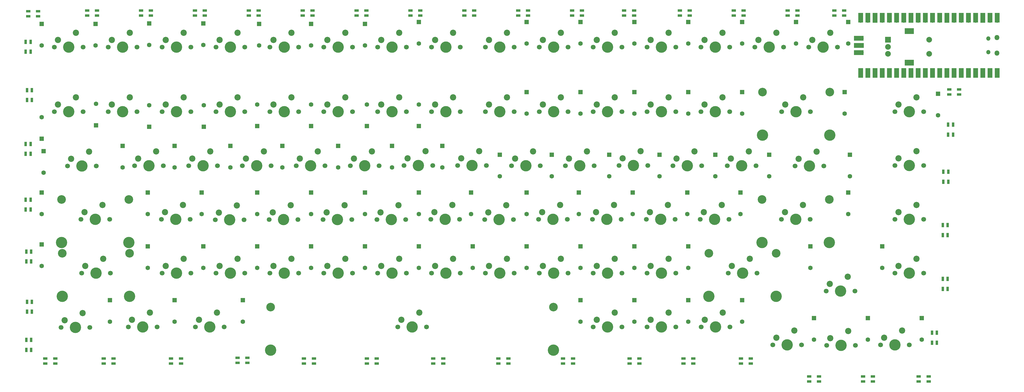
<source format=gbr>
%TF.GenerationSoftware,KiCad,Pcbnew,9.0.2*%
%TF.CreationDate,2025-07-29T21:02:51-05:00*%
%TF.ProjectId,realkeyboard,7265616c-6b65-4796-926f-6172642e6b69,rev?*%
%TF.SameCoordinates,Original*%
%TF.FileFunction,Soldermask,Bot*%
%TF.FilePolarity,Negative*%
%FSLAX46Y46*%
G04 Gerber Fmt 4.6, Leading zero omitted, Abs format (unit mm)*
G04 Created by KiCad (PCBNEW 9.0.2) date 2025-07-29 21:02:51*
%MOMM*%
%LPD*%
G01*
G04 APERTURE LIST*
G04 Aperture macros list*
%AMRoundRect*
0 Rectangle with rounded corners*
0 $1 Rounding radius*
0 $2 $3 $4 $5 $6 $7 $8 $9 X,Y pos of 4 corners*
0 Add a 4 corners polygon primitive as box body*
4,1,4,$2,$3,$4,$5,$6,$7,$8,$9,$2,$3,0*
0 Add four circle primitives for the rounded corners*
1,1,$1+$1,$2,$3*
1,1,$1+$1,$4,$5*
1,1,$1+$1,$6,$7*
1,1,$1+$1,$8,$9*
0 Add four rect primitives between the rounded corners*
20,1,$1+$1,$2,$3,$4,$5,0*
20,1,$1+$1,$4,$5,$6,$7,0*
20,1,$1+$1,$6,$7,$8,$9,0*
20,1,$1+$1,$8,$9,$2,$3,0*%
G04 Aperture macros list end*
%ADD10C,1.700000*%
%ADD11C,4.000000*%
%ADD12C,2.200000*%
%ADD13C,3.050000*%
%ADD14R,2.000000X2.000000*%
%ADD15C,2.000000*%
%ADD16R,3.200000X2.000000*%
%ADD17RoundRect,0.250000X-0.550000X0.550000X-0.550000X-0.550000X0.550000X-0.550000X0.550000X0.550000X0*%
%ADD18C,1.600000*%
%ADD19R,0.850000X1.600000*%
%ADD20R,1.600000X0.850000*%
%ADD21RoundRect,0.250000X0.550000X-0.550000X0.550000X0.550000X-0.550000X0.550000X-0.550000X-0.550000X0*%
%ADD22O,1.800000X1.800000*%
%ADD23O,1.500000X1.500000*%
%ADD24O,1.700000X1.700000*%
%ADD25R,1.700000X3.500000*%
%ADD26R,1.700000X1.700000*%
%ADD27R,3.500000X1.700000*%
G04 APERTURE END LIST*
D10*
%TO.C,SW78*%
X242570000Y-143510000D03*
D11*
X247650000Y-143510000D03*
D10*
X252730000Y-143510000D03*
D12*
X250190000Y-138430000D03*
X243840000Y-140970000D03*
%TD*%
D10*
%TO.C,SW66*%
X185420000Y-124460000D03*
D11*
X190500000Y-124460000D03*
D10*
X195580000Y-124460000D03*
D12*
X193040000Y-119380000D03*
X186690000Y-121920000D03*
%TD*%
D10*
%TO.C,SW9*%
X185420000Y-44450000D03*
D11*
X190500000Y-44450000D03*
D10*
X195580000Y-44450000D03*
D12*
X193040000Y-39370000D03*
X186690000Y-41910000D03*
%TD*%
D10*
%TO.C,SW60*%
X71120000Y-124460000D03*
D11*
X76200000Y-124460000D03*
D10*
X81280000Y-124460000D03*
D12*
X78740000Y-119380000D03*
X72390000Y-121920000D03*
%TD*%
D10*
%TO.C,SW49*%
X128016000Y-105460800D03*
D11*
X133096000Y-105460800D03*
D10*
X138176000Y-105460800D03*
D12*
X135636000Y-100380800D03*
X129286000Y-102920800D03*
%TD*%
D13*
%TO.C,SW59*%
X35852000Y-117460000D03*
D11*
X35852000Y-132700000D03*
D10*
X42672000Y-124460000D03*
D11*
X47752000Y-124460000D03*
D10*
X52832000Y-124460000D03*
D13*
X59652000Y-117460000D03*
D11*
X59652000Y-132700000D03*
D12*
X50292000Y-119380000D03*
X43942000Y-121920000D03*
%TD*%
D10*
%TO.C,SW84*%
X37719000Y-86487000D03*
D11*
X42799000Y-86487000D03*
D10*
X47879000Y-86487000D03*
D12*
X45339000Y-81407000D03*
X38989000Y-83947000D03*
%TD*%
D10*
%TO.C,SW31*%
X61417200Y-86461600D03*
D11*
X66497200Y-86461600D03*
D10*
X71577200Y-86461600D03*
D12*
X69037200Y-81381600D03*
X62687200Y-83921600D03*
%TD*%
D10*
%TO.C,SW18*%
X71120000Y-67310000D03*
D11*
X76200000Y-67310000D03*
D10*
X81280000Y-67310000D03*
D12*
X78740000Y-62230000D03*
X72390000Y-64770000D03*
%TD*%
D10*
%TO.C,SW19*%
X90170000Y-67310000D03*
D11*
X95250000Y-67310000D03*
D10*
X100330000Y-67310000D03*
D12*
X97790000Y-62230000D03*
X91440000Y-64770000D03*
%TD*%
D10*
%TO.C,SW51*%
X166116000Y-105410000D03*
D11*
X171196000Y-105410000D03*
D10*
X176276000Y-105410000D03*
D12*
X173736000Y-100330000D03*
X167386000Y-102870000D03*
%TD*%
D10*
%TO.C,SW17*%
X52070000Y-67310000D03*
D11*
X57150000Y-67310000D03*
D10*
X62230000Y-67310000D03*
D12*
X59690000Y-62230000D03*
X53340000Y-64770000D03*
%TD*%
D10*
%TO.C,SW12*%
X242570000Y-44450000D03*
D11*
X247650000Y-44450000D03*
D10*
X252730000Y-44450000D03*
D12*
X250190000Y-39370000D03*
X243840000Y-41910000D03*
%TD*%
D10*
%TO.C,SW74*%
X59182000Y-143510000D03*
D11*
X64262000Y-143510000D03*
D10*
X69342000Y-143510000D03*
D12*
X66802000Y-138430000D03*
X60452000Y-140970000D03*
%TD*%
D10*
%TO.C,SW40*%
X232664000Y-86360000D03*
D11*
X237744000Y-86360000D03*
D10*
X242824000Y-86360000D03*
D12*
X240284000Y-81280000D03*
X233934000Y-83820000D03*
%TD*%
D10*
%TO.C,SW46*%
X70866000Y-105410000D03*
D11*
X75946000Y-105410000D03*
D10*
X81026000Y-105410000D03*
D12*
X78486000Y-100330000D03*
X72136000Y-102870000D03*
%TD*%
D10*
%TO.C,SW15*%
X299720000Y-44450000D03*
D11*
X304800000Y-44450000D03*
D10*
X309880000Y-44450000D03*
D12*
X307340000Y-39370000D03*
X300990000Y-41910000D03*
%TD*%
D10*
%TO.C,SW44*%
X330200000Y-86360000D03*
D11*
X335280000Y-86360000D03*
D10*
X340360000Y-86360000D03*
D12*
X337820000Y-81280000D03*
X331470000Y-83820000D03*
%TD*%
D10*
%TO.C,SW11*%
X223520000Y-44450000D03*
D11*
X228600000Y-44450000D03*
D10*
X233680000Y-44450000D03*
D12*
X231140000Y-39370000D03*
X224790000Y-41910000D03*
%TD*%
D10*
%TO.C,SW38*%
X194665600Y-86461600D03*
D11*
X199745600Y-86461600D03*
D10*
X204825600Y-86461600D03*
D12*
X202285600Y-81381600D03*
X195935600Y-83921600D03*
%TD*%
D10*
%TO.C,SW37*%
X175615600Y-86360000D03*
D11*
X180695600Y-86360000D03*
D10*
X185775600Y-86360000D03*
D12*
X183235600Y-81280000D03*
X176885600Y-83820000D03*
%TD*%
D10*
%TO.C,SW35*%
X137668000Y-86461600D03*
D11*
X142748000Y-86461600D03*
D10*
X147828000Y-86461600D03*
D12*
X145288000Y-81381600D03*
X138938000Y-83921600D03*
%TD*%
D10*
%TO.C,SW53*%
X204216000Y-105410000D03*
D11*
X209296000Y-105410000D03*
D10*
X214376000Y-105410000D03*
D12*
X211836000Y-100330000D03*
X205486000Y-102870000D03*
%TD*%
D10*
%TO.C,SW50*%
X147066000Y-105460800D03*
D11*
X152146000Y-105460800D03*
D10*
X157226000Y-105460800D03*
D12*
X154686000Y-100380800D03*
X148336000Y-102920800D03*
%TD*%
D10*
%TO.C,SW26*%
X223520000Y-67310000D03*
D11*
X228600000Y-67310000D03*
D10*
X233680000Y-67310000D03*
D12*
X231140000Y-62230000D03*
X224790000Y-64770000D03*
%TD*%
D10*
%TO.C,SW30*%
X330200000Y-67310000D03*
D11*
X335280000Y-67310000D03*
D10*
X340360000Y-67310000D03*
D12*
X337820000Y-62230000D03*
X331470000Y-64770000D03*
%TD*%
D13*
%TO.C,SW57*%
X283248000Y-98410000D03*
D11*
X283248000Y-113650000D03*
D10*
X290068000Y-105410000D03*
D11*
X295148000Y-105410000D03*
D10*
X300228000Y-105410000D03*
D13*
X307048000Y-98410000D03*
D11*
X307048000Y-113650000D03*
D12*
X297688000Y-100330000D03*
X291338000Y-102870000D03*
%TD*%
D10*
%TO.C,SW77*%
X223520000Y-143510000D03*
D11*
X228600000Y-143510000D03*
D10*
X233680000Y-143510000D03*
D12*
X231140000Y-138430000D03*
X224790000Y-140970000D03*
%TD*%
D10*
%TO.C,SW4*%
X90170000Y-44450000D03*
D11*
X95250000Y-44450000D03*
D10*
X100330000Y-44450000D03*
D12*
X97790000Y-39370000D03*
X91440000Y-41910000D03*
%TD*%
D10*
%TO.C,SW8*%
X166370000Y-44450000D03*
D11*
X171450000Y-44450000D03*
D10*
X176530000Y-44450000D03*
D12*
X173990000Y-39370000D03*
X167640000Y-41910000D03*
%TD*%
D10*
%TO.C,SW56*%
X261366000Y-105410000D03*
D11*
X266446000Y-105410000D03*
D10*
X271526000Y-105410000D03*
D12*
X268986000Y-100330000D03*
X262636000Y-102870000D03*
%TD*%
D10*
%TO.C,SW81*%
X306070000Y-149987000D03*
D11*
X311150000Y-149987000D03*
D10*
X316230000Y-149987000D03*
D12*
X313690000Y-144907000D03*
X307340000Y-147447000D03*
%TD*%
D10*
%TO.C,SW3*%
X71120000Y-44450000D03*
D11*
X76200000Y-44450000D03*
D10*
X81280000Y-44450000D03*
D12*
X78740000Y-39370000D03*
X72390000Y-41910000D03*
%TD*%
D10*
%TO.C,SW10*%
X204470000Y-44450000D03*
D11*
X209550000Y-44450000D03*
D10*
X214630000Y-44450000D03*
D12*
X212090000Y-39370000D03*
X205740000Y-41910000D03*
%TD*%
D13*
%TO.C,SW76*%
X109512000Y-136510000D03*
D11*
X109512000Y-151750000D03*
D10*
X154432000Y-143510000D03*
D11*
X159512000Y-143510000D03*
D10*
X164592000Y-143510000D03*
D13*
X209512000Y-136510000D03*
D11*
X209512000Y-151750000D03*
D12*
X162052000Y-138430000D03*
X155702000Y-140970000D03*
%TD*%
D10*
%TO.C,SW65*%
X166370000Y-124460000D03*
D11*
X171450000Y-124460000D03*
D10*
X176530000Y-124460000D03*
D12*
X173990000Y-119380000D03*
X167640000Y-121920000D03*
%TD*%
D10*
%TO.C,SW67*%
X204470000Y-124460000D03*
D11*
X209550000Y-124460000D03*
D10*
X214630000Y-124460000D03*
D12*
X212090000Y-119380000D03*
X205740000Y-121920000D03*
%TD*%
D10*
%TO.C,SW34*%
X118516400Y-86410800D03*
D11*
X123596400Y-86410800D03*
D10*
X128676400Y-86410800D03*
D12*
X126136400Y-81330800D03*
X119786400Y-83870800D03*
%TD*%
D10*
%TO.C,SW33*%
X99466400Y-86410800D03*
D11*
X104546400Y-86410800D03*
D10*
X109626400Y-86410800D03*
D12*
X107086400Y-81330800D03*
X100736400Y-83870800D03*
%TD*%
D10*
%TO.C,SW16*%
X33020000Y-67310000D03*
D11*
X38100000Y-67310000D03*
D10*
X43180000Y-67310000D03*
D12*
X40640000Y-62230000D03*
X34290000Y-64770000D03*
%TD*%
D10*
%TO.C,SW79*%
X261747000Y-143510000D03*
D11*
X266827000Y-143510000D03*
D10*
X271907000Y-143510000D03*
D12*
X269367000Y-138430000D03*
X263017000Y-140970000D03*
%TD*%
D10*
%TO.C,SW54*%
X223266000Y-105410000D03*
D11*
X228346000Y-105410000D03*
D10*
X233426000Y-105410000D03*
D12*
X230886000Y-100330000D03*
X224536000Y-102870000D03*
%TD*%
D13*
%TO.C,SW70*%
X264452000Y-117460000D03*
D11*
X264452000Y-132700000D03*
D10*
X271272000Y-124460000D03*
D11*
X276352000Y-124460000D03*
D10*
X281432000Y-124460000D03*
D13*
X288252000Y-117460000D03*
D11*
X288252000Y-132700000D03*
D12*
X278892000Y-119380000D03*
X272542000Y-121920000D03*
%TD*%
D10*
%TO.C,SW1*%
X33020000Y-44450000D03*
D11*
X38100000Y-44450000D03*
D10*
X43180000Y-44450000D03*
D12*
X40640000Y-39370000D03*
X34290000Y-41910000D03*
%TD*%
D10*
%TO.C,SW32*%
X80518000Y-86410800D03*
D11*
X85598000Y-86410800D03*
D10*
X90678000Y-86410800D03*
D12*
X88138000Y-81330800D03*
X81788000Y-83870800D03*
%TD*%
D10*
%TO.C,SW20*%
X109220000Y-67310000D03*
D11*
X114300000Y-67310000D03*
D10*
X119380000Y-67310000D03*
D12*
X116840000Y-62230000D03*
X110490000Y-64770000D03*
%TD*%
D10*
%TO.C,SW7*%
X147320000Y-44450000D03*
D11*
X152400000Y-44450000D03*
D10*
X157480000Y-44450000D03*
D12*
X154940000Y-39370000D03*
X148590000Y-41910000D03*
%TD*%
D10*
%TO.C,SW52*%
X185166000Y-105460800D03*
D11*
X190246000Y-105460800D03*
D10*
X195326000Y-105460800D03*
D12*
X192786000Y-100380800D03*
X186436000Y-102920800D03*
%TD*%
D10*
%TO.C,SW55*%
X242316000Y-105410000D03*
D11*
X247396000Y-105410000D03*
D10*
X252476000Y-105410000D03*
D12*
X249936000Y-100330000D03*
X243586000Y-102870000D03*
%TD*%
D10*
%TO.C,SW80*%
X287020000Y-149860000D03*
D11*
X292100000Y-149860000D03*
D10*
X297180000Y-149860000D03*
D12*
X294640000Y-144780000D03*
X288290000Y-147320000D03*
%TD*%
D10*
%TO.C,SW71*%
X305943000Y-130810000D03*
D11*
X311023000Y-130810000D03*
D10*
X316103000Y-130810000D03*
D12*
X313563000Y-125730000D03*
X307213000Y-128270000D03*
%TD*%
D10*
%TO.C,SW75*%
X82931000Y-143510000D03*
D11*
X88011000Y-143510000D03*
D10*
X93091000Y-143510000D03*
D12*
X90551000Y-138430000D03*
X84201000Y-140970000D03*
%TD*%
D10*
%TO.C,SW6*%
X128270000Y-44450000D03*
D11*
X133350000Y-44450000D03*
D10*
X138430000Y-44450000D03*
D12*
X135890000Y-39370000D03*
X129540000Y-41910000D03*
%TD*%
D10*
%TO.C,SW24*%
X185420000Y-67310000D03*
D11*
X190500000Y-67310000D03*
D10*
X195580000Y-67310000D03*
D12*
X193040000Y-62230000D03*
X186690000Y-64770000D03*
%TD*%
D10*
%TO.C,SW42*%
X270967200Y-86410800D03*
D11*
X276047200Y-86410800D03*
D10*
X281127200Y-86410800D03*
D12*
X278587200Y-81330800D03*
X272237200Y-83870800D03*
%TD*%
D10*
%TO.C,SW27*%
X242570000Y-67310000D03*
D11*
X247650000Y-67310000D03*
D10*
X252730000Y-67310000D03*
D12*
X250190000Y-62230000D03*
X243840000Y-64770000D03*
%TD*%
D10*
%TO.C,SW5*%
X109220000Y-44450000D03*
D11*
X114300000Y-44450000D03*
D10*
X119380000Y-44450000D03*
D12*
X116840000Y-39370000D03*
X110490000Y-41910000D03*
%TD*%
D10*
%TO.C,SW36*%
X156616400Y-86309200D03*
D11*
X161696400Y-86309200D03*
D10*
X166776400Y-86309200D03*
D12*
X164236400Y-81229200D03*
X157886400Y-83769200D03*
%TD*%
D10*
%TO.C,SW25*%
X204470000Y-67310000D03*
D11*
X209550000Y-67310000D03*
D10*
X214630000Y-67310000D03*
D12*
X212090000Y-62230000D03*
X205740000Y-64770000D03*
%TD*%
D10*
%TO.C,SW41*%
X251764800Y-86461600D03*
D11*
X256844800Y-86461600D03*
D10*
X261924800Y-86461600D03*
D12*
X259384800Y-81381600D03*
X253034800Y-83921600D03*
%TD*%
D10*
%TO.C,SW58*%
X330200000Y-105410000D03*
D11*
X335280000Y-105410000D03*
D10*
X340360000Y-105410000D03*
D12*
X337820000Y-100330000D03*
X331470000Y-102870000D03*
%TD*%
D10*
%TO.C,SW39*%
X213715600Y-86410800D03*
D11*
X218795600Y-86410800D03*
D10*
X223875600Y-86410800D03*
D12*
X221335600Y-81330800D03*
X214985600Y-83870800D03*
%TD*%
D10*
%TO.C,SW22*%
X147320000Y-67310000D03*
D11*
X152400000Y-67310000D03*
D10*
X157480000Y-67310000D03*
D12*
X154940000Y-62230000D03*
X148590000Y-64770000D03*
%TD*%
D10*
%TO.C,SW48*%
X108966000Y-105460800D03*
D11*
X114046000Y-105460800D03*
D10*
X119126000Y-105460800D03*
D12*
X116586000Y-100380800D03*
X110236000Y-102920800D03*
%TD*%
D10*
%TO.C,SW21*%
X128270000Y-67310000D03*
D11*
X133350000Y-67310000D03*
D10*
X138430000Y-67310000D03*
D12*
X135890000Y-62230000D03*
X129540000Y-64770000D03*
%TD*%
D10*
%TO.C,SW14*%
X280670000Y-44450000D03*
D11*
X285750000Y-44450000D03*
D10*
X290830000Y-44450000D03*
D12*
X288290000Y-39370000D03*
X281940000Y-41910000D03*
%TD*%
D10*
%TO.C,SW68*%
X223520000Y-124460000D03*
D11*
X228600000Y-124460000D03*
D10*
X233680000Y-124460000D03*
D12*
X231140000Y-119380000D03*
X224790000Y-121920000D03*
%TD*%
D14*
%TO.C,SW83*%
X327780000Y-41835000D03*
D15*
X327780000Y-46835000D03*
X327780000Y-44335000D03*
D16*
X335280000Y-38735000D03*
X335280000Y-49935000D03*
D15*
X342280000Y-46835000D03*
X342280000Y-41835000D03*
%TD*%
D10*
%TO.C,SW69*%
X242570000Y-124460000D03*
D11*
X247650000Y-124460000D03*
D10*
X252730000Y-124460000D03*
D12*
X250190000Y-119380000D03*
X243840000Y-121920000D03*
%TD*%
D10*
%TO.C,SW82*%
X325120000Y-149860000D03*
D11*
X330200000Y-149860000D03*
D10*
X335280000Y-149860000D03*
D12*
X332740000Y-144780000D03*
X326390000Y-147320000D03*
%TD*%
D10*
%TO.C,SW72*%
X330200000Y-124460000D03*
D11*
X335280000Y-124460000D03*
D10*
X340360000Y-124460000D03*
D12*
X337820000Y-119380000D03*
X331470000Y-121920000D03*
%TD*%
D10*
%TO.C,SW13*%
X261620000Y-44450000D03*
D11*
X266700000Y-44450000D03*
D10*
X271780000Y-44450000D03*
D12*
X269240000Y-39370000D03*
X262890000Y-41910000D03*
%TD*%
D13*
%TO.C,SW29*%
X283375000Y-60341500D03*
D11*
X283375000Y-75581500D03*
D10*
X290195000Y-67341500D03*
D11*
X295275000Y-67341500D03*
D10*
X300355000Y-67341500D03*
D13*
X307175000Y-60341500D03*
D11*
X307175000Y-75581500D03*
D12*
X297815000Y-62261500D03*
X291465000Y-64801500D03*
%TD*%
D13*
%TO.C,SW45*%
X35598000Y-98410000D03*
D11*
X35598000Y-113650000D03*
D10*
X42418000Y-105410000D03*
D11*
X47498000Y-105410000D03*
D10*
X52578000Y-105410000D03*
D13*
X59398000Y-98410000D03*
D11*
X59398000Y-113650000D03*
D12*
X50038000Y-100330000D03*
X43688000Y-102870000D03*
%TD*%
D10*
%TO.C,SW62*%
X109220000Y-124460000D03*
D11*
X114300000Y-124460000D03*
D10*
X119380000Y-124460000D03*
D12*
X116840000Y-119380000D03*
X110490000Y-121920000D03*
%TD*%
D10*
%TO.C,SW61*%
X90170000Y-124460000D03*
D11*
X95250000Y-124460000D03*
D10*
X100330000Y-124460000D03*
D12*
X97790000Y-119380000D03*
X91440000Y-121920000D03*
%TD*%
D10*
%TO.C,SW63*%
X128270000Y-124460000D03*
D11*
X133350000Y-124460000D03*
D10*
X138430000Y-124460000D03*
D12*
X135890000Y-119380000D03*
X129540000Y-121920000D03*
%TD*%
D10*
%TO.C,SW2*%
X52070000Y-44450000D03*
D11*
X57150000Y-44450000D03*
D10*
X62230000Y-44450000D03*
D12*
X59690000Y-39370000D03*
X53340000Y-41910000D03*
%TD*%
D10*
%TO.C,SW28*%
X261620000Y-67310000D03*
D11*
X266700000Y-67310000D03*
D10*
X271780000Y-67310000D03*
D12*
X269240000Y-62230000D03*
X262890000Y-64770000D03*
%TD*%
D10*
%TO.C,SW64*%
X147320000Y-124460000D03*
D11*
X152400000Y-124460000D03*
D10*
X157480000Y-124460000D03*
D12*
X154940000Y-119380000D03*
X148590000Y-121920000D03*
%TD*%
D10*
%TO.C,SW43*%
X294894000Y-86512400D03*
D11*
X299974000Y-86512400D03*
D10*
X305054000Y-86512400D03*
D12*
X302514000Y-81432400D03*
X296164000Y-83972400D03*
%TD*%
D10*
%TO.C,SW73*%
X35433000Y-143637000D03*
D11*
X40513000Y-143637000D03*
D10*
X45593000Y-143637000D03*
D12*
X43053000Y-138557000D03*
X36703000Y-141097000D03*
%TD*%
D10*
%TO.C,SW47*%
X89916000Y-105562400D03*
D11*
X94996000Y-105562400D03*
D10*
X100076000Y-105562400D03*
D12*
X97536000Y-100482400D03*
X91186000Y-103022400D03*
%TD*%
D10*
%TO.C,SW23*%
X166370000Y-67310000D03*
D11*
X171450000Y-67310000D03*
D10*
X176530000Y-67310000D03*
D12*
X173990000Y-62230000D03*
X167640000Y-64770000D03*
%TD*%
D17*
%TO.C,D61*%
X85725000Y-114935000D03*
D18*
X85725000Y-122555000D03*
%TD*%
D17*
%TO.C,D82*%
X339725000Y-140335000D03*
D18*
X339725000Y-147955000D03*
%TD*%
D17*
%TO.C,D3*%
X66548000Y-36068000D03*
D18*
X66548000Y-43688000D03*
%TD*%
D19*
%TO.C,D137*%
X349095000Y-92075000D03*
X347345000Y-92075000D03*
X347345000Y-88575000D03*
X349095000Y-88575000D03*
%TD*%
D20*
%TO.C,D110*%
X44605000Y-33260000D03*
X44605000Y-31510000D03*
X48105000Y-31510000D03*
X48105000Y-33260000D03*
%TD*%
D17*
%TO.C,D25*%
X219075000Y-60325000D03*
D18*
X219075000Y-67945000D03*
%TD*%
D17*
%TO.C,D14*%
X295275000Y-35560000D03*
D18*
X295275000Y-43180000D03*
%TD*%
D17*
%TO.C,D70*%
X257175000Y-114935000D03*
D18*
X257175000Y-122555000D03*
%TD*%
D21*
%TO.C,D17*%
X47752000Y-72136000D03*
D18*
X47752000Y-64516000D03*
%TD*%
D20*
%TO.C,D132*%
X318925000Y-162800000D03*
X318925000Y-161050000D03*
X322425000Y-161050000D03*
X322425000Y-162800000D03*
%TD*%
D17*
%TO.C,D6*%
X123825000Y-36195000D03*
D18*
X123825000Y-43815000D03*
%TD*%
D17*
%TO.C,D31*%
X57150000Y-79375000D03*
D18*
X57150000Y-86995000D03*
%TD*%
D17*
%TO.C,D34*%
X113665000Y-79375000D03*
D18*
X113665000Y-86995000D03*
%TD*%
D17*
%TO.C,D68*%
X219075000Y-114935000D03*
D18*
X219075000Y-122555000D03*
%TD*%
D21*
%TO.C,D23*%
X161925000Y-72390000D03*
D18*
X161925000Y-64770000D03*
%TD*%
D20*
%TO.C,D128*%
X236375000Y-156450000D03*
X236375000Y-154700000D03*
X239875000Y-154700000D03*
X239875000Y-156450000D03*
%TD*%
D17*
%TO.C,D41*%
X247015000Y-82550000D03*
D18*
X247015000Y-90170000D03*
%TD*%
D17*
%TO.C,D72*%
X325755000Y-114935000D03*
D18*
X325755000Y-122555000D03*
%TD*%
D17*
%TO.C,D28*%
X276225000Y-60325000D03*
D18*
X276225000Y-67945000D03*
%TD*%
D17*
%TO.C,D55*%
X237490000Y-95885000D03*
D18*
X237490000Y-103505000D03*
%TD*%
D17*
%TO.C,D54*%
X218440000Y-95885000D03*
D18*
X218440000Y-103505000D03*
%TD*%
D20*
%TO.C,D131*%
X299875000Y-162800000D03*
X299875000Y-161050000D03*
X303375000Y-161050000D03*
X303375000Y-162800000D03*
%TD*%
%TO.C,D123*%
X121285000Y-156450000D03*
X121285000Y-154700000D03*
X124785000Y-154700000D03*
X124785000Y-156450000D03*
%TD*%
D17*
%TO.C,D26*%
X238125000Y-60325000D03*
D18*
X238125000Y-67945000D03*
%TD*%
D17*
%TO.C,D49*%
X123825000Y-95885000D03*
D18*
X123825000Y-103505000D03*
%TD*%
D20*
%TO.C,D105*%
X139855000Y-33260000D03*
X139855000Y-31510000D03*
X143355000Y-31510000D03*
X143355000Y-33260000D03*
%TD*%
D17*
%TO.C,D4*%
X85725000Y-36068000D03*
D18*
X85725000Y-43688000D03*
%TD*%
D17*
%TO.C,D42*%
X266700000Y-82550000D03*
D18*
X266700000Y-90170000D03*
%TD*%
D17*
%TO.C,D11*%
X238125000Y-35560000D03*
D18*
X238125000Y-43180000D03*
%TD*%
D17*
%TO.C,D30*%
X345440000Y-60960000D03*
D18*
X345440000Y-68580000D03*
%TD*%
D17*
%TO.C,D65*%
X161925000Y-114935000D03*
D18*
X161925000Y-122555000D03*
%TD*%
D21*
%TO.C,D22*%
X143510000Y-72390000D03*
D18*
X143510000Y-64770000D03*
%TD*%
D17*
%TO.C,D40*%
X229235000Y-82550000D03*
D18*
X229235000Y-90170000D03*
%TD*%
D20*
%TO.C,D122*%
X97790000Y-156210000D03*
X97790000Y-154460000D03*
X101290000Y-154460000D03*
X101290000Y-156210000D03*
%TD*%
D17*
%TO.C,D69*%
X238125000Y-114935000D03*
D18*
X238125000Y-122555000D03*
%TD*%
D17*
%TO.C,D60*%
X66040000Y-114935000D03*
D18*
X66040000Y-122555000D03*
%TD*%
D17*
%TO.C,D10*%
X219075000Y-35560000D03*
D18*
X219075000Y-43180000D03*
%TD*%
D17*
%TO.C,D13*%
X276225000Y-35560000D03*
D18*
X276225000Y-43180000D03*
%TD*%
D17*
%TO.C,D64*%
X142875000Y-114935000D03*
D18*
X142875000Y-122555000D03*
%TD*%
D17*
%TO.C,D52*%
X180340000Y-95885000D03*
D18*
X180340000Y-103505000D03*
%TD*%
D20*
%TO.C,D102*%
X197005000Y-33260000D03*
X197005000Y-31510000D03*
X200505000Y-31510000D03*
X200505000Y-33260000D03*
%TD*%
D17*
%TO.C,D77*%
X238125000Y-133985000D03*
D18*
X238125000Y-141605000D03*
%TD*%
D17*
%TO.C,D15*%
X313690000Y-35560000D03*
D18*
X313690000Y-43180000D03*
%TD*%
D19*
%TO.C,D135*%
X348855000Y-130020000D03*
X347105000Y-130020000D03*
X347105000Y-126520000D03*
X348855000Y-126520000D03*
%TD*%
D17*
%TO.C,D53*%
X200025000Y-95885000D03*
D18*
X200025000Y-103505000D03*
%TD*%
D19*
%TO.C,D115*%
X22860000Y-98425000D03*
X24610000Y-98425000D03*
X24610000Y-101925000D03*
X22860000Y-101925000D03*
%TD*%
D17*
%TO.C,D80*%
X301625000Y-140335000D03*
D18*
X301625000Y-147955000D03*
%TD*%
D19*
%TO.C,D113*%
X23340000Y-59690000D03*
X25090000Y-59690000D03*
X25090000Y-63190000D03*
X23340000Y-63190000D03*
%TD*%
D17*
%TO.C,D9*%
X200025000Y-35560000D03*
D18*
X200025000Y-43180000D03*
%TD*%
D17*
%TO.C,D78*%
X257175000Y-133985000D03*
D18*
X257175000Y-141605000D03*
%TD*%
D17*
%TO.C,D59*%
X28575000Y-114300000D03*
D18*
X28575000Y-121920000D03*
%TD*%
D20*
%TO.C,D126*%
X190020000Y-156450000D03*
X190020000Y-154700000D03*
X193520000Y-154700000D03*
X193520000Y-156450000D03*
%TD*%
D17*
%TO.C,D81*%
X320675000Y-140335000D03*
D18*
X320675000Y-147955000D03*
%TD*%
D17*
%TO.C,D33*%
X95250000Y-79375000D03*
D18*
X95250000Y-86995000D03*
%TD*%
D17*
%TO.C,D35*%
X133350000Y-79375000D03*
D18*
X133350000Y-86995000D03*
%TD*%
D17*
%TO.C,D2*%
X47625000Y-36195000D03*
D18*
X47625000Y-43815000D03*
%TD*%
D22*
%TO.C,A1*%
X366265000Y-46540000D03*
D23*
X363235000Y-46240000D03*
X363235000Y-41390000D03*
D22*
X366265000Y-41090000D03*
D24*
X366395000Y-52705000D03*
D25*
X366395000Y-53605000D03*
D24*
X363855000Y-52705000D03*
D25*
X363855000Y-53605000D03*
D26*
X361315000Y-52705000D03*
D25*
X361315000Y-53605000D03*
D24*
X358775000Y-52705000D03*
D25*
X358775000Y-53605000D03*
D24*
X356235000Y-52705000D03*
D25*
X356235000Y-53605000D03*
D24*
X353695000Y-52705000D03*
D25*
X353695000Y-53605000D03*
D24*
X351155000Y-52705000D03*
D25*
X351155000Y-53605000D03*
D26*
X348615000Y-52705000D03*
D25*
X348615000Y-53605000D03*
D24*
X346075000Y-52705000D03*
D25*
X346075000Y-53605000D03*
D24*
X343535000Y-52705000D03*
D25*
X343535000Y-53605000D03*
D24*
X340995000Y-52705000D03*
D25*
X340995000Y-53605000D03*
D24*
X338455000Y-52705000D03*
D25*
X338455000Y-53605000D03*
D26*
X335915000Y-52705000D03*
D25*
X335915000Y-53605000D03*
D24*
X333375000Y-52705000D03*
D25*
X333375000Y-53605000D03*
D24*
X330835000Y-52705000D03*
D25*
X330835000Y-53605000D03*
D24*
X328295000Y-52705000D03*
D25*
X328295000Y-53605000D03*
D24*
X325755000Y-52705000D03*
D25*
X325755000Y-53605000D03*
D26*
X323215000Y-52705000D03*
D25*
X323215000Y-53605000D03*
D24*
X320675000Y-52705000D03*
D25*
X320675000Y-53605000D03*
D24*
X318135000Y-52705000D03*
D25*
X318135000Y-53605000D03*
D24*
X318135000Y-34925000D03*
D25*
X318135000Y-34025000D03*
D24*
X320675000Y-34925000D03*
D25*
X320675000Y-34025000D03*
D26*
X323215000Y-34925000D03*
D25*
X323215000Y-34025000D03*
D24*
X325755000Y-34925000D03*
D25*
X325755000Y-34025000D03*
D24*
X328295000Y-34925000D03*
D25*
X328295000Y-34025000D03*
D24*
X330835000Y-34925000D03*
D25*
X330835000Y-34025000D03*
D24*
X333375000Y-34925000D03*
D25*
X333375000Y-34025000D03*
D26*
X335915000Y-34925000D03*
D25*
X335915000Y-34025000D03*
D24*
X338455000Y-34925000D03*
D25*
X338455000Y-34025000D03*
D24*
X340995000Y-34925000D03*
D25*
X340995000Y-34025000D03*
D24*
X343535000Y-34925000D03*
D25*
X343535000Y-34025000D03*
D24*
X346075000Y-34925000D03*
D25*
X346075000Y-34025000D03*
D26*
X348615000Y-34925000D03*
D25*
X348615000Y-34025000D03*
D24*
X351155000Y-34925000D03*
D25*
X351155000Y-34025000D03*
D24*
X353695000Y-34925000D03*
D25*
X353695000Y-34025000D03*
D24*
X356235000Y-34925000D03*
D25*
X356235000Y-34025000D03*
D24*
X358775000Y-34925000D03*
D25*
X358775000Y-34025000D03*
D26*
X361315000Y-34925000D03*
D25*
X361315000Y-34025000D03*
D24*
X363855000Y-34925000D03*
D25*
X363855000Y-34025000D03*
D24*
X366395000Y-34925000D03*
D25*
X366395000Y-34025000D03*
D24*
X318365000Y-46355000D03*
D27*
X317465000Y-46355000D03*
D26*
X318365000Y-43815000D03*
D27*
X317465000Y-43815000D03*
D24*
X318365000Y-41275000D03*
D27*
X317465000Y-41275000D03*
%TD*%
D20*
%TO.C,D108*%
X82705000Y-33260000D03*
X82705000Y-31510000D03*
X86205000Y-31510000D03*
X86205000Y-33260000D03*
%TD*%
%TO.C,D109*%
X63655000Y-33260000D03*
X63655000Y-31510000D03*
X67155000Y-31510000D03*
X67155000Y-33260000D03*
%TD*%
D17*
%TO.C,D66*%
X180975000Y-114935000D03*
D18*
X180975000Y-122555000D03*
%TD*%
D17*
%TO.C,D71*%
X300355000Y-114935000D03*
D18*
X300355000Y-122555000D03*
%TD*%
D20*
%TO.C,D130*%
X275745000Y-156450000D03*
X275745000Y-154700000D03*
X279245000Y-154700000D03*
X279245000Y-156450000D03*
%TD*%
D17*
%TO.C,D57*%
X275590000Y-95885000D03*
D18*
X275590000Y-103505000D03*
%TD*%
D17*
%TO.C,D56*%
X256844800Y-95885000D03*
D18*
X256844800Y-103505000D03*
%TD*%
D20*
%TO.C,D99*%
X254155000Y-33260000D03*
X254155000Y-31510000D03*
X257655000Y-31510000D03*
X257655000Y-33260000D03*
%TD*%
D17*
%TO.C,D46*%
X66040000Y-95885000D03*
D18*
X66040000Y-103505000D03*
%TD*%
D17*
%TO.C,D79*%
X276225000Y-133985000D03*
D18*
X276225000Y-141605000D03*
%TD*%
D20*
%TO.C,D111*%
X23805000Y-33500000D03*
X23805000Y-31750000D03*
X27305000Y-31750000D03*
X27305000Y-33500000D03*
%TD*%
%TO.C,D119*%
X29845000Y-156450000D03*
X29845000Y-154700000D03*
X33345000Y-154700000D03*
X33345000Y-156450000D03*
%TD*%
D17*
%TO.C,D32*%
X75565000Y-79375000D03*
D18*
X75565000Y-86995000D03*
%TD*%
D17*
%TO.C,D45*%
X28575000Y-95885000D03*
D18*
X28575000Y-103505000D03*
%TD*%
D17*
%TO.C,D39*%
X208915000Y-82550000D03*
D18*
X208915000Y-90170000D03*
%TD*%
D19*
%TO.C,D136*%
X348855000Y-110970000D03*
X347105000Y-110970000D03*
X347105000Y-107470000D03*
X348855000Y-107470000D03*
%TD*%
D17*
%TO.C,D75*%
X99695000Y-133985000D03*
D18*
X99695000Y-141605000D03*
%TD*%
D17*
%TO.C,D5*%
X105410000Y-36195000D03*
D18*
X105410000Y-43815000D03*
%TD*%
D19*
%TO.C,D114*%
X22860000Y-78740000D03*
X24610000Y-78740000D03*
X24610000Y-82240000D03*
X22860000Y-82240000D03*
%TD*%
D20*
%TO.C,D129*%
X255425000Y-156450000D03*
X255425000Y-154700000D03*
X258925000Y-154700000D03*
X258925000Y-156450000D03*
%TD*%
%TO.C,D139*%
X349405000Y-61200000D03*
X349405000Y-59450000D03*
X352905000Y-59450000D03*
X352905000Y-61200000D03*
%TD*%
D17*
%TO.C,D63*%
X123825000Y-114935000D03*
D18*
X123825000Y-122555000D03*
%TD*%
D20*
%TO.C,D98*%
X273205000Y-33260000D03*
X273205000Y-31510000D03*
X276705000Y-31510000D03*
X276705000Y-33260000D03*
%TD*%
D17*
%TO.C,D48*%
X104775000Y-95885000D03*
D18*
X104775000Y-103505000D03*
%TD*%
D20*
%TO.C,D101*%
X216055000Y-33260000D03*
X216055000Y-31510000D03*
X219555000Y-31510000D03*
X219555000Y-33260000D03*
%TD*%
D21*
%TO.C,D16*%
X28575000Y-76835000D03*
D18*
X28575000Y-69215000D03*
%TD*%
D19*
%TO.C,D118*%
X23100000Y-148110000D03*
X24850000Y-148110000D03*
X24850000Y-151610000D03*
X23100000Y-151610000D03*
%TD*%
D20*
%TO.C,D106*%
X120805000Y-33260000D03*
X120805000Y-31510000D03*
X124305000Y-31510000D03*
X124305000Y-33260000D03*
%TD*%
D17*
%TO.C,D43*%
X285750000Y-82550000D03*
D18*
X285750000Y-90170000D03*
%TD*%
D19*
%TO.C,D138*%
X350760000Y-75410000D03*
X349010000Y-75410000D03*
X349010000Y-71910000D03*
X350760000Y-71910000D03*
%TD*%
D20*
%TO.C,D124*%
X143510000Y-156450000D03*
X143510000Y-154700000D03*
X147010000Y-154700000D03*
X147010000Y-156450000D03*
%TD*%
D17*
%TO.C,D58*%
X313690000Y-95885000D03*
D18*
X313690000Y-103505000D03*
%TD*%
D17*
%TO.C,D51*%
X161925000Y-95885000D03*
D18*
X161925000Y-103505000D03*
%TD*%
D20*
%TO.C,D97*%
X292255000Y-33260000D03*
X292255000Y-31510000D03*
X295755000Y-31510000D03*
X295755000Y-33260000D03*
%TD*%
D21*
%TO.C,D20*%
X104775000Y-72390000D03*
D18*
X104775000Y-64770000D03*
%TD*%
D17*
%TO.C,D1*%
X28575000Y-36195000D03*
D18*
X28575000Y-43815000D03*
%TD*%
D17*
%TO.C,D7*%
X142875000Y-36195000D03*
D18*
X142875000Y-43815000D03*
%TD*%
D20*
%TO.C,D107*%
X101755000Y-33260000D03*
X101755000Y-31510000D03*
X105255000Y-31510000D03*
X105255000Y-33260000D03*
%TD*%
D17*
%TO.C,D8*%
X161925000Y-35560000D03*
D18*
X161925000Y-43180000D03*
%TD*%
D17*
%TO.C,D27*%
X257175000Y-60325000D03*
D18*
X257175000Y-67945000D03*
%TD*%
D17*
%TO.C,D29*%
X312420000Y-60325000D03*
D18*
X312420000Y-67945000D03*
%TD*%
D17*
%TO.C,D67*%
X200025000Y-114935000D03*
D18*
X200025000Y-122555000D03*
%TD*%
D17*
%TO.C,D76*%
X219075000Y-133985000D03*
D18*
X219075000Y-141605000D03*
%TD*%
D20*
%TO.C,D100*%
X234470000Y-33260000D03*
X234470000Y-31510000D03*
X237970000Y-31510000D03*
X237970000Y-33260000D03*
%TD*%
D17*
%TO.C,D37*%
X170180000Y-79375000D03*
D18*
X170180000Y-86995000D03*
%TD*%
D19*
%TO.C,D112*%
X22860000Y-42545000D03*
X24610000Y-42545000D03*
X24610000Y-46045000D03*
X22860000Y-46045000D03*
%TD*%
D20*
%TO.C,D104*%
X158905000Y-33260000D03*
X158905000Y-31510000D03*
X162405000Y-31510000D03*
X162405000Y-33260000D03*
%TD*%
D17*
%TO.C,D38*%
X190500000Y-82550000D03*
D18*
X190500000Y-90170000D03*
%TD*%
D17*
%TO.C,D24*%
X200025000Y-60325000D03*
D18*
X200025000Y-67945000D03*
%TD*%
D21*
%TO.C,D19*%
X85852000Y-72644000D03*
D18*
X85852000Y-65024000D03*
%TD*%
D17*
%TO.C,D44*%
X314325000Y-82550000D03*
D18*
X314325000Y-90170000D03*
%TD*%
D17*
%TO.C,D83*%
X29210000Y-81280000D03*
D18*
X29210000Y-88900000D03*
%TD*%
D17*
%TO.C,D50*%
X142875000Y-95885000D03*
D18*
X142875000Y-103505000D03*
%TD*%
D20*
%TO.C,D133*%
X338610000Y-162800000D03*
X338610000Y-161050000D03*
X342110000Y-161050000D03*
X342110000Y-162800000D03*
%TD*%
%TO.C,D127*%
X212880000Y-156450000D03*
X212880000Y-154700000D03*
X216380000Y-154700000D03*
X216380000Y-156450000D03*
%TD*%
%TO.C,D96*%
X308765000Y-33260000D03*
X308765000Y-31510000D03*
X312265000Y-31510000D03*
X312265000Y-33260000D03*
%TD*%
D17*
%TO.C,D47*%
X85090000Y-95885000D03*
D18*
X85090000Y-103505000D03*
%TD*%
D17*
%TO.C,D73*%
X52705000Y-133985000D03*
D18*
X52705000Y-141605000D03*
%TD*%
D20*
%TO.C,D121*%
X74295000Y-156450000D03*
X74295000Y-154700000D03*
X77795000Y-154700000D03*
X77795000Y-156450000D03*
%TD*%
D17*
%TO.C,D12*%
X257175000Y-35560000D03*
D18*
X257175000Y-43180000D03*
%TD*%
D20*
%TO.C,D120*%
X50475000Y-156450000D03*
X50475000Y-154700000D03*
X53975000Y-154700000D03*
X53975000Y-156450000D03*
%TD*%
D17*
%TO.C,D62*%
X104775000Y-114935000D03*
D18*
X104775000Y-122555000D03*
%TD*%
D20*
%TO.C,D125*%
X167005000Y-156450000D03*
X167005000Y-154700000D03*
X170505000Y-154700000D03*
X170505000Y-156450000D03*
%TD*%
D19*
%TO.C,D134*%
X345045000Y-149070000D03*
X343295000Y-149070000D03*
X343295000Y-145570000D03*
X345045000Y-145570000D03*
%TD*%
D21*
%TO.C,D21*%
X123825000Y-72390000D03*
D18*
X123825000Y-64770000D03*
%TD*%
D19*
%TO.C,D116*%
X23100000Y-116840000D03*
X24850000Y-116840000D03*
X24850000Y-120340000D03*
X23100000Y-120340000D03*
%TD*%
D20*
%TO.C,D103*%
X177955000Y-33260000D03*
X177955000Y-31510000D03*
X181455000Y-31510000D03*
X181455000Y-33260000D03*
%TD*%
D19*
%TO.C,D117*%
X23340000Y-134620000D03*
X25090000Y-134620000D03*
X25090000Y-138120000D03*
X23340000Y-138120000D03*
%TD*%
D17*
%TO.C,D36*%
X152400000Y-79375000D03*
D18*
X152400000Y-86995000D03*
%TD*%
D17*
%TO.C,D74*%
X75565000Y-133985000D03*
D18*
X75565000Y-141605000D03*
%TD*%
D21*
%TO.C,D18*%
X66548000Y-72644000D03*
D18*
X66548000Y-65024000D03*
%TD*%
M02*

</source>
